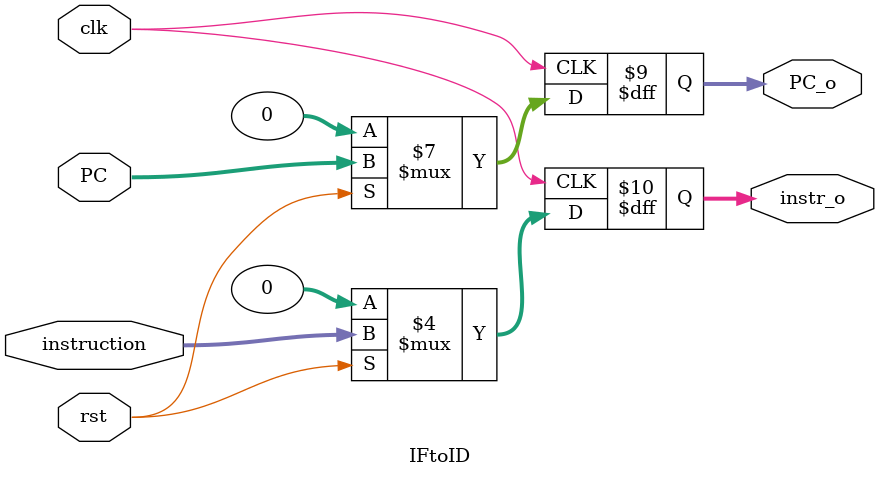
<source format=v>
module IFtoID(clk, rst, PC, instruction, PC_o, instr_o);

input clk;
input rst;

input [32-1:0]PC;
input [32-1:0]instruction;

output reg [32-1:0]PC_o;
output reg [32-1:0]instr_o;

always @(posedge clk) begin
	if(rst == 0) begin
		PC_o <= 0;
		instr_o <= 0;
	end
	else begin
		PC_o <= PC;
		instr_o <= instruction;
	end
end

endmodule
</source>
